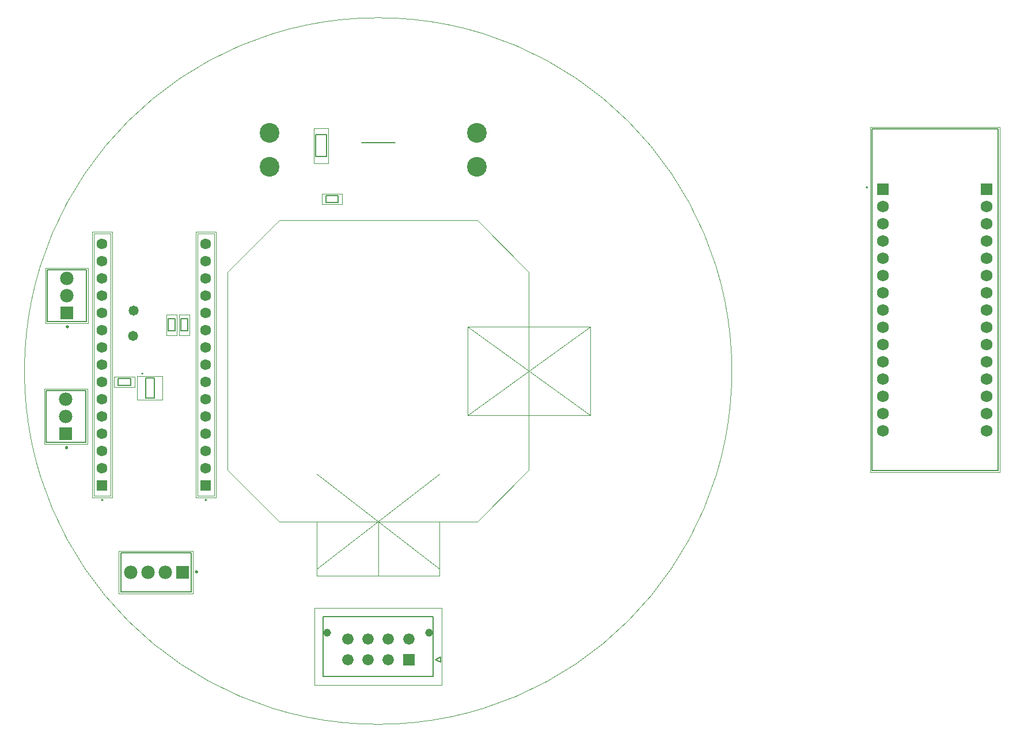
<source format=gbs>
G04*
G04 #@! TF.GenerationSoftware,Altium Limited,Altium Designer,20.0.10 (225)*
G04*
G04 Layer_Color=16711935*
%FSLAX25Y25*%
%MOIN*%
G70*
G01*
G75*
%ADD10C,0.01181*%
%ADD11C,0.00787*%
%ADD12C,0.00500*%
%ADD13C,0.00600*%
%ADD15C,0.00050*%
%ADD16C,0.00394*%
%ADD17C,0.00197*%
%ADD30C,0.07828*%
%ADD31R,0.07828X0.07828*%
%ADD32C,0.06824*%
%ADD33R,0.06824X0.06824*%
%ADD34C,0.11430*%
%ADD35C,0.06272*%
%ADD36R,0.06272X0.06272*%
%ADD37R,0.06584X0.06584*%
%ADD38C,0.06584*%
%ADD39C,0.04616*%
%ADD40R,0.07828X0.07828*%
%ADD41C,0.05800*%
D10*
X56287Y191890D02*
G03*
X56287Y191890I-394J0D01*
G01*
X56787Y261890D02*
G03*
X56787Y261890I-394J0D01*
G01*
X131504Y119894D02*
G03*
X131504Y119894I-394J0D01*
G01*
D11*
X519524Y342622D02*
G03*
X519524Y342622I-394J0D01*
G01*
X136894Y161437D02*
G03*
X136894Y161437I-394J0D01*
G01*
X76894D02*
G03*
X76894Y161437I-394J0D01*
G01*
X100167Y234751D02*
G03*
X100167Y234751I-394J0D01*
G01*
D12*
X44161Y195000D02*
Y225000D01*
X66996D01*
Y195000D02*
Y225000D01*
X44161Y195000D02*
X66996D01*
X118786Y259457D02*
Y266543D01*
X114849Y259457D02*
Y266543D01*
Y259457D02*
X118786D01*
X114849Y266543D02*
X118786D01*
X200150Y373104D02*
X206449D01*
X200150Y360506D02*
X206449D01*
Y373104D01*
X200150Y360506D02*
Y373104D01*
X522004Y376658D02*
X594996D01*
Y178665D02*
Y376658D01*
X522004Y178665D02*
X594996D01*
X522004D02*
Y376658D01*
X205957Y337968D02*
X213043D01*
X205957Y334032D02*
X213043D01*
Y337968D01*
X205957Y334032D02*
Y337968D01*
X44661Y265000D02*
Y295000D01*
X67496D01*
Y265000D02*
Y295000D01*
X44661Y265000D02*
X67496D01*
X204492Y59276D02*
X268075D01*
Y93803D01*
X204492D02*
X268075D01*
X204492Y59276D02*
Y93803D01*
X272228Y67425D02*
Y70575D01*
X269472Y69000D02*
X272228Y70575D01*
X269472Y69000D02*
X272228Y67425D01*
X87500Y108161D02*
X128000D01*
X87500D02*
Y131000D01*
X128000D01*
Y108161D02*
Y131000D01*
X122031Y259457D02*
Y266543D01*
X125969Y259457D02*
Y266543D01*
X122031D02*
X125969D01*
X122031Y259457D02*
X125969D01*
X85834Y231968D02*
X92920D01*
X85834Y228031D02*
X92920D01*
Y231968D01*
X85834Y228031D02*
Y231968D01*
X101604Y232133D02*
X106722D01*
X101604Y220715D02*
Y232133D01*
Y220715D02*
X106722D01*
Y232133D01*
D13*
X226800Y368700D02*
X246200D01*
D15*
X440970Y236245D02*
G03*
X440970Y236245I-204724J0D01*
G01*
X236245Y117545D02*
Y149041D01*
Y117545D02*
X271678D01*
Y149041D01*
X236245D02*
X271678D01*
X236245Y117545D02*
Y149041D01*
X200812Y117545D02*
X236245D01*
X200812D02*
Y149041D01*
X236245D01*
X288017Y261836D02*
X358883Y210655D01*
X288017D02*
X358883Y261836D01*
Y210655D02*
Y261836D01*
X288017Y210655D02*
X358883D01*
X288017D02*
Y261836D01*
X358883D01*
X200812Y176600D02*
X271678Y121482D01*
X200812D02*
X271678Y176600D01*
X293585Y149041D02*
X323450Y178906D01*
X178906Y149041D02*
X293585D01*
X149041Y178906D02*
X178906Y149041D01*
X149041Y178906D02*
Y293585D01*
X178906Y323450D01*
X293585D01*
X323450Y293585D01*
Y178906D02*
Y293585D01*
D16*
X131750Y316004D02*
X141250D01*
X131750Y163996D02*
Y316004D01*
Y163996D02*
X141250D01*
Y316004D01*
X131750D02*
X141250D01*
X131750Y163996D02*
Y316004D01*
Y163996D02*
X141250D01*
X71750Y316004D02*
X81250D01*
X71750Y163996D02*
Y316004D01*
Y163996D02*
X81250D01*
Y316004D01*
X71750D02*
X81250D01*
X71750Y163996D02*
Y316004D01*
Y163996D02*
X81250D01*
D17*
X43177Y194016D02*
Y225984D01*
X67980D01*
Y194016D02*
Y225984D01*
X43177Y194016D02*
X67980D01*
X119810Y257055D02*
Y268945D01*
X113826Y257055D02*
X119810D01*
X113826D02*
Y268945D01*
X119810D01*
X199166Y377041D02*
X207433D01*
X199166Y356569D02*
Y377041D01*
Y356569D02*
X207433D01*
Y377041D01*
X521020Y377642D02*
X595980D01*
Y177681D02*
Y377642D01*
X521020Y177681D02*
X595980D01*
X521020D02*
Y377642D01*
X203555Y338992D02*
X215445D01*
Y333008D02*
Y338992D01*
X203555Y333008D02*
X215445D01*
X203555D02*
Y338992D01*
X142234Y163012D02*
Y316988D01*
X130766D02*
X142234D01*
X130766Y163012D02*
Y316988D01*
Y163012D02*
X142234D01*
X82234D02*
Y316988D01*
X70766D02*
X82234D01*
X70766Y163012D02*
Y316988D01*
Y163012D02*
X82234D01*
X43677Y264016D02*
Y295984D01*
X68480D01*
Y264016D02*
Y295984D01*
X43677Y264016D02*
X68480D01*
X199492Y98803D02*
X273075D01*
Y54276D02*
Y98803D01*
X199492Y54276D02*
X273075D01*
X199492D02*
Y98803D01*
X86000Y107177D02*
X128984D01*
X86016D02*
Y131980D01*
X86000D02*
X128984D01*
Y107177D02*
Y131980D01*
X121008Y257055D02*
Y268945D01*
X126992D01*
Y257055D02*
Y268945D01*
X121008Y257055D02*
X126992D01*
X83432Y232992D02*
X95322D01*
Y227008D02*
Y232992D01*
X83432Y227008D02*
X95322D01*
X83432D02*
Y232992D01*
X111506Y219731D02*
Y233117D01*
X96821Y219731D02*
X111506D01*
X96821D02*
Y233117D01*
X111506D01*
D30*
X55500Y210000D02*
D03*
Y220000D02*
D03*
X56000Y280000D02*
D03*
Y290000D02*
D03*
X93000Y119500D02*
D03*
X113000D02*
D03*
X103000D02*
D03*
D31*
X55500Y200000D02*
D03*
X56000Y270000D02*
D03*
D32*
X528500Y201500D02*
D03*
Y211500D02*
D03*
Y221500D02*
D03*
Y231500D02*
D03*
Y241500D02*
D03*
Y251500D02*
D03*
Y261500D02*
D03*
Y271500D02*
D03*
Y281500D02*
D03*
Y291500D02*
D03*
Y301500D02*
D03*
Y311500D02*
D03*
Y321500D02*
D03*
Y331500D02*
D03*
X588500Y201500D02*
D03*
Y211500D02*
D03*
Y221500D02*
D03*
Y231500D02*
D03*
Y241500D02*
D03*
Y251500D02*
D03*
Y261500D02*
D03*
Y271500D02*
D03*
Y281500D02*
D03*
Y291500D02*
D03*
Y301500D02*
D03*
Y311500D02*
D03*
Y321500D02*
D03*
Y331500D02*
D03*
D33*
X528500Y341500D02*
D03*
X588500D02*
D03*
D34*
X173500Y374342D02*
D03*
Y354658D02*
D03*
X293500Y374342D02*
D03*
Y354658D02*
D03*
D35*
X136500Y310000D02*
D03*
Y300000D02*
D03*
Y290000D02*
D03*
Y280000D02*
D03*
Y270000D02*
D03*
Y260000D02*
D03*
Y250000D02*
D03*
Y240000D02*
D03*
Y230000D02*
D03*
Y220000D02*
D03*
Y210000D02*
D03*
Y200000D02*
D03*
Y190000D02*
D03*
Y180000D02*
D03*
X76500Y310000D02*
D03*
Y300000D02*
D03*
Y290000D02*
D03*
Y280000D02*
D03*
Y270000D02*
D03*
Y260000D02*
D03*
Y250000D02*
D03*
Y240000D02*
D03*
Y230000D02*
D03*
Y220000D02*
D03*
Y210000D02*
D03*
Y200000D02*
D03*
Y190000D02*
D03*
Y180000D02*
D03*
D36*
X136500Y170000D02*
D03*
X76500D02*
D03*
D37*
X254000Y69000D02*
D03*
D38*
X242189D02*
D03*
X230378D02*
D03*
X218567D02*
D03*
X254000Y80811D02*
D03*
X242189D02*
D03*
X230378D02*
D03*
X218567D02*
D03*
D39*
X265811Y84512D02*
D03*
X206756D02*
D03*
D40*
X123000Y119500D02*
D03*
D41*
X94624Y271326D02*
D03*
X94500Y256500D02*
D03*
M02*

</source>
